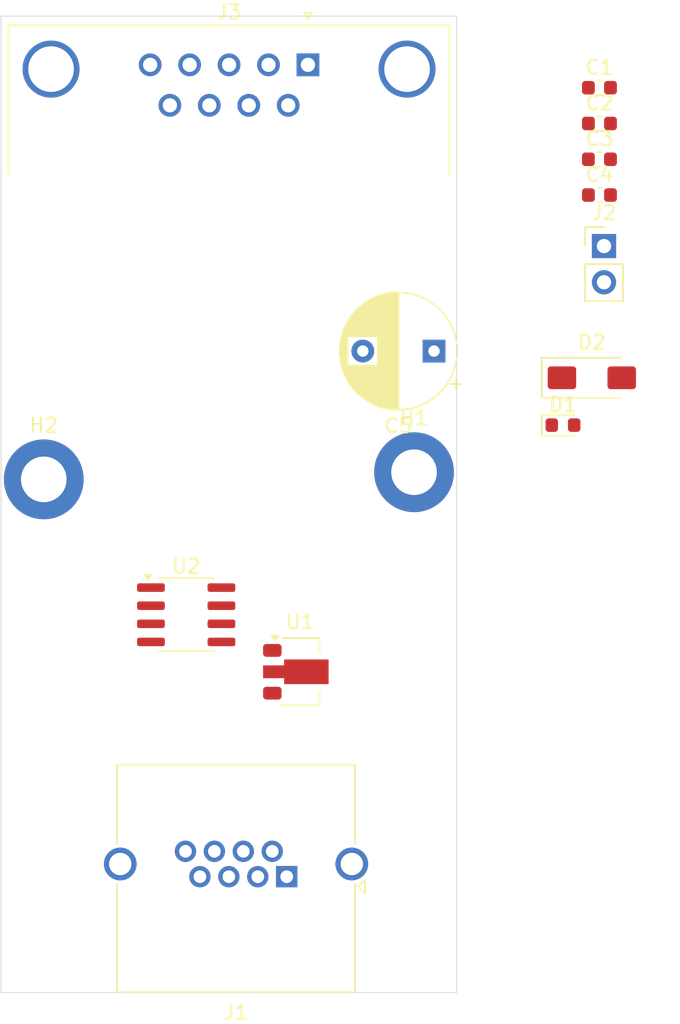
<source format=kicad_pcb>
(kicad_pcb (version 20240108) (generator "pcbnew") (generator_version "8.0")
  (layers (0 "F.Cu" signal) (31 "B.Cu" signal) (34 "B.Paste" user) (35 "F.Paste" user) (36 "B.SilkS" user "B.Silkscreen") (37 "F.SilkS" user "F.Silkscreen") (38 "B.Mask" user) (39 "F.Mask" user) (44 "Edge.Cuts" user))
  (net 0 "")
  (net 1 "GND")
  (net 2 "+3.3V")
  (net 3 "+12V")
  (net 4 "Net-(D1-K)")
  (net 5 "/diff+")
  (net 6 "/PWM_TTL")
  (net 7 "/diff-")
  (net 11 "/Pos_Feedback_A+")
  (net 12 "/Pos_Feedback_B-")
  (net 18 "/+UB")
  (net 19 "/CAN_H")
  (net 20 "/CAN_L")
  (net 21 "/CAN_H_Return")
  (net 22 "/CAN_L_Return")
  (footprint "Capacitor_THT:CP_Radial_D8.0mm_P5.00mm" (layer "F.Cu") (at 167.402651 99.5 180)
    (property "Reference" "C5" (at 2.5 -5.25 360) (layer "F.SilkS"))
    (property "Value" "100uF/50V")
    (fp_line (start 6.581 -0.533) (end 6.581 0.533) (stroke (width 0.12)) (layer "F.SilkS"))
    (fp_line (start 6.541 -0.768) (end 6.541 0.768) (stroke (width 0.12)) (layer "F.SilkS"))
    (fp_line (start 6.501 -0.948) (end 6.501 0.948) (stroke (width 0.12)) (layer "F.SilkS"))
    (fp_line (start 6.461 -1.098) (end 6.461 1.098) (stroke (width 0.12)) (layer "F.SilkS"))
    (fp_line (start 6.421 -1.229) (end 6.421 1.229) (stroke (width 0.12)) (layer "F.SilkS"))
    (fp_line (start 6.381 -1.346) (end 6.381 1.346) (stroke (width 0.12)) (layer "F.SilkS"))
    (fp_line (start 6.341 -1.453) (end 6.341 1.453) (stroke (width 0.12)) (layer "F.SilkS"))
    (fp_line (start 6.301 -1.552) (end 6.301 1.552) (stroke (width 0.12)) (layer "F.SilkS"))
    (fp_line (start 6.261 -1.645) (end 6.261 1.645) (stroke (width 0.12)) (layer "F.SilkS"))
    (fp_line (start 6.221 -1.731) (end 6.221 1.731) (stroke (width 0.12)) (layer "F.SilkS"))
    (fp_line (start 6.181 -1.813) (end 6.181 1.813) (stroke (width 0.12)) (layer "F.SilkS"))
    (fp_line (start 6.141 -1.89) (end 6.141 1.89) (stroke (width 0.12)) (layer "F.SilkS"))
    (fp_line (start 6.101 -1.964) (end 6.101 1.964) (stroke (width 0.12)) (layer "F.SilkS"))
    (fp_line (start 6.061 -2.034) (end 6.061 2.034) (stroke (width 0.12)) (layer "F.SilkS"))
    (fp_line (start 6.021 1.04) (end 6.021 2.102) (stroke (width 0.12)) (layer "F.SilkS"))
    (fp_line (start 6.021 -2.102) (end 6.021 -1.04) (stroke (width 0.12)) (layer "F.SilkS"))
    (fp_line (start 5.981 1.04) (end 5.981 2.166) (stroke (width 0.12)) (layer "F.SilkS"))
    (fp_line (start 5.981 -2.166) (end 5.981 -1.04) (stroke (width 0.12)) (layer "F.SilkS"))
    (fp_line (start 5.941 1.04) (end 5.941 2.228) (stroke (width 0.12)) (layer "F.SilkS"))
    (fp_line (start 5.941 -2.228) (end 5.941 -1.04) (stroke (width 0.12)) (layer "F.SilkS"))
    (fp_line (start 5.901 1.04) (end 5.901 2.287) (stroke (width 0.12)) (layer "F.SilkS"))
    (fp_line (start 5.901 -2.287) (end 5.901 -1.04) (stroke (width 0.12)) (layer "F.SilkS"))
    (fp_line (start 5.861 1.04) (end 5.861 2.345) (stroke (width 0.12)) (layer "F.SilkS"))
    (fp_line (start 5.861 -2.345) (end 5.861 -1.04) (stroke (width 0.12)) (layer "F.SilkS"))
    (fp_line (start 5.821 1.04) (end 5.821 2.4) (stroke (width 0.12)) (layer "F.SilkS"))
    (fp_line (start 5.821 -2.4) (end 5.821 -1.04) (stroke (width 0.12)) (layer "F.SilkS"))
    (fp_line (start 5.781 1.04) (end 5.781 2.454) (stroke (width 0.12)) (layer "F.SilkS"))
    (fp_line (start 5.781 -2.454) (end 5.781 -1.04) (stroke (width 0.12)) (layer "F.SilkS"))
    (fp_line (start 5.741 1.04) (end 5.741 2.505) (stroke (width 0.12)) (layer "F.SilkS"))
    (fp_line (start 5.741 -2.505) (end 5.741 -1.04) (stroke (width 0.12)) (layer "F.SilkS"))
    (fp_line (start 5.701 1.04) (end 5.701 2.556) (stroke (width 0.12)) (layer "F.SilkS"))
    (fp_line (start 5.701 -2.556) (end 5.701 -1.04) (stroke (width 0.12)) (layer "F.SilkS"))
    (fp_line (start 5.661 1.04) (end 5.661 2.604) (stroke (width 0.12)) (layer "F.SilkS"))
    (fp_line (start 5.661 -2.604) (end 5.661 -1.04) (stroke (width 0.12)) (layer "F.SilkS"))
    (fp_line (start 5.621 1.04) (end 5.621 2.651) (stroke (width 0.12)) (layer "F.SilkS"))
    (fp_line (start 5.621 -2.651) (end 5.621 -1.04) (stroke (width 0.12)) (layer "F.SilkS"))
    (fp_line (start 5.581 1.04) (end 5.581 2.697) (stroke (width 0.12)) (layer "F.SilkS"))
    (fp_line (start 5.581 -2.697) (end 5.581 -1.04) (stroke (width 0.12)) (layer "F.SilkS"))
    (fp_line (start 5.541 1.04) (end 5.541 2.741) (stroke (width 0.12)) (layer "F.SilkS"))
    (fp_line (start 5.541 -2.741) (end 5.541 -1.04) (stroke (width 0.12)) (layer "F.SilkS"))
    (fp_line (start 5.501 1.04) (end 5.501 2.784) (stroke (width 0.12)) (layer "F.SilkS"))
    (fp_line (start 5.501 -2.784) (end 5.501 -1.04) (stroke (width 0.12)) (layer "F.SilkS"))
    (fp_line (start 5.461 1.04) (end 5.461 2.826) (stroke (width 0.12)) (layer "F.SilkS"))
    (fp_line (start 5.461 -2.826) (end 5.461 -1.04) (stroke (width 0.12)) (layer "F.SilkS"))
    (fp_line (start 5.421 1.04) (end 5.421 2.867) (stroke (width 0.12)) (layer "F.SilkS"))
    (fp_line (start 5.421 -2.867) (end 5.421 -1.04) (stroke (width 0.12)) (layer "F.SilkS"))
    (fp_line (start 5.381 1.04) (end 5.381 2.907) (stroke (width 0.12)) (layer "F.SilkS"))
    (fp_line (start 5.381 -2.907) (end 5.381 -1.04) (stroke (width 0.12)) (layer "F.SilkS"))
    (fp_line (start 5.341 1.04) (end 5.341 2.945) (stroke (width 0.12)) (layer "F.SilkS"))
    (fp_line (start 5.341 -2.945) (end 5.341 -1.04) (stroke (width 0.12)) (layer "F.SilkS"))
    (fp_line (start 5.301 1.04) (end 5.301 2.983) (stroke (width 0.12)) (layer "F.SilkS"))
    (fp_line (start 5.301 -2.983) (end 5.301 -1.04) (stroke (width 0.12)) (layer "F.SilkS"))
    (fp_line (start 5.261 1.04) (end 5.261 3.019) (stroke (width 0.12)) (layer "F.SilkS"))
    (fp_line (start 5.261 -3.019) (end 5.261 -1.04) (stroke (width 0.12)) (layer "F.SilkS"))
    (fp_line (start 5.221 1.04) (end 5.221 3.055) (stroke (width 0.12)) (layer "F.SilkS"))
    (fp_line (start 5.221 -3.055) (end 5.221 -1.04) (stroke (width 0.12)) (layer "F.SilkS"))
    (fp_line (start 5.181 1.04) (end 5.181 3.09) (stroke (width 0.12)) (layer "F.SilkS"))
    (fp_line (start 5.181 -3.09) (end 5.181 -1.04) (stroke (width 0.12)) (layer "F.SilkS"))
    (fp_line (start 5.141 1.04) (end 5.141 3.124) (stroke (width 0.12)) (layer "F.SilkS"))
    (fp_line (start 5.141 -3.124) (end 5.141 -1.04) (stroke (width 0.12)) (layer "F.SilkS"))
    (fp_line (start 5.101 1.04) (end 5.101 3.156) (stroke (width 0.12)) (layer "F.SilkS"))
    (fp_line (start 5.101 -3.156) (end 5.101 -1.04) (stroke (width 0.12)) (layer "F.SilkS"))
    (fp_line (start 5.061 1.04) (end 5.061 3.189) (stroke (width 0.12)) (layer "F.SilkS"))
    (fp_line (start 5.061 -3.189) (end 5.061 -1.04) (stroke (width 0.12)) (layer "F.SilkS"))
    (fp_line (start 5.021 1.04) (end 5.021 3.22) (stroke (width 0.12)) (layer "F.SilkS"))
    (fp_line (start 5.021 -3.22) (end 5.021 -1.04) (stroke (width 0.12)) (layer "F.SilkS"))
    (fp_line (start 4.981 1.04) (end 4.981 3.25) (stroke (width 0.12)) (layer "F.SilkS"))
    (fp_line (start 4.981 -3.25) (end 4.981 -1.04) (stroke (width 0.12)) (layer "F.SilkS"))
    (fp_line (start 4.941 1.04) (end 4.941 3.28) (stroke (width 0.12)) (layer "F.SilkS"))
    (fp_line (start 4.941 -3.28) (end 4.941 -1.04) (stroke (width 0.12)) (layer "F.SilkS"))
    (fp_line (start 4.901 1.04) (end 4.901 3.309) (stroke (width 0.12)) (layer "F.SilkS"))
    (fp_line (start 4.901 -3.309) (end 4.901 -1.04) (stroke (width 0.12)) (layer "F.SilkS"))
    (fp_line (start 4.861 1.04) (end 4.861 3.338) (stroke (width 0.12)) (layer "F.SilkS"))
    (fp_line (start 4.861 -3.338) (end 4.861 -1.04) (stroke (width 0.12)) (layer "F.SilkS"))
    (fp_line (start 4.821 1.04) (end 4.821 3.365) (stroke (width 0.12)) (layer "F.SilkS"))
    (fp_line (start 4.821 -3.365) (end 4.821 -1.04) (stroke (width 0.12)) (layer "F.SilkS"))
    (fp_line (start 4.781 1.04) (end 4.781 3.392) (stroke (width 0.12)) (layer "F.SilkS"))
    (fp_line (start 4.781 -3.392) (end 4.781 -1.04) (stroke (width 0.12)) (layer "F.SilkS"))
    (fp_line (start 4.741 1.04) (end 4.741 3.418) (stroke (width 0.12)) (layer "F.SilkS"))
    (fp_line (start 4.741 -3.418) (end 4.741 -1.04) (stroke (width 0.12)) (layer "F.SilkS"))
    (fp_line (start 4.701 1.04) (end 4.701 3.444) (stroke (width 0.12)) (layer "F.SilkS"))
    (fp_line (start 4.701 -3.444) (end 4.701 -1.04) (stroke (width 0.12)) (layer "F.SilkS"))
    (fp_line (start 4.661 1.04) (end 4.661 3.469) (stroke (width 0.12)) (layer "F.SilkS"))
    (fp_line (start 4.661 -3.469) (end 4.661 -1.04) (stroke (width 0.12)) (layer "F.SilkS"))
    (fp_line (start 4.621 1.04) (end 4.621 3.493) (stroke (width 0.12)) (layer "F.SilkS"))
    (fp_line (start 4.621 -3.493) (end 4.621 -1.04) (stroke (width 0.12)) (layer "F.SilkS"))
    (fp_line (start 4.581 1.04) (end 4.581 3.517) (stroke (width 0.12)) (layer "F.SilkS"))
    (fp_line (start 4.581 -3.517) (end 4.581 -1.04) (stroke (width 0.12)) (layer "F.SilkS"))
    (fp_line (start 4.541 1.04) (end 4.541 3.54) (stroke (width 0.12)) (layer "F.SilkS"))
    (fp_line (start 4.541 -3.54) (end 4.541 -1.04) (stroke (width 0.12)) (layer "F.SilkS"))
    (fp_line (start 4.501 1.04) (end 4.501 3.562) (stroke (width 0.12)) (layer "F.SilkS"))
    (fp_line (start 4.501 -3.562) (end 4.501 -1.04) (stroke (width 0.12)) (layer "F.SilkS"))
    (fp_line (start 4.461 1.04) (end 4.461 3.584) (stroke (width 0.12)) (layer "F.SilkS"))
    (fp_line (start 4.461 -3.584) (end 4.461 -1.04) (stroke (width 0.12)) (layer "F.SilkS"))
    (fp_line (start 4.421 1.04) (end 4.421 3.606) (stroke (width 0.12)) (layer "F.SilkS"))
    (fp_line (start 4.421 -3.606) (end 4.421 -1.04) (stroke (width 0.12)) (layer "F.SilkS"))
    (fp_line (start 4.381 1.04) (end 4.381 3.627) (stroke (width 0.12)) (layer "F.SilkS"))
    (fp_line (start 4.381 -3.627) (end 4.381 -1.04) (stroke (width 0.12)) (layer "F.SilkS"))
    (fp_line (start 4.341 1.04) (end 4.341 3.647) (stroke (width 0.12)) (layer "F.SilkS"))
    (fp_line (start 4.341 -3.647) (end 4.341 -1.04) (stroke (width 0.12)) (layer "F.SilkS"))
    (fp_line (start 4.301 1.04) (end 4.301 3.666) (stroke (width 0.12)) (layer "F.SilkS"))
    (fp_line (start 4.301 -3.666) (end 4.301 -1.04) (stroke (width 0.12)) (layer "F.SilkS"))
    (fp_line (start 4.261 1.04) (end 4.261 3.686) (stroke (width 0.12)) (layer "F.SilkS"))
    (fp_line (start 4.261 -3.686) (end 4.261 -1.04) (stroke (width 0.12)) (layer "F.SilkS"))
    (fp_line (start 4.221 1.04) (end 4.221 3.704) (stroke (width 0.12)) (layer "F.SilkS"))
    (fp_line (start 4.221 -3.704) (end 4.221 -1.04) (stroke (width 0.12)) (layer "F.SilkS"))
    (fp_line (start 4.181 1.04) (end 4.181 3.722) (stroke (width 0.12)) (layer "F.SilkS"))
    (fp_line (start 4.181 -3.722) (end 4.181 -1.04) (stroke (width 0.12)) (layer "F.SilkS"))
    (fp_line (start 4.141 1.04) (end 4.141 3.74) (stroke (width 0.12)) (layer "F.SilkS"))
    (fp_line (start 4.141 -3.74) (end 4.141 -1.04) (stroke (width 0.12)) (layer "F.SilkS"))
    (fp_line (start 4.101 1.04) (end 4.101 3.757) (stroke (width 0.12)) (layer "F.SilkS"))
    (fp_line (start 4.101 -3.757) (end 4.101 -1.04) (stroke (width 0.12)) (layer "F.SilkS"))
    (fp_line (start 4.061 1.04) (end 4.061 3.774) (stroke (width 0.12)) (layer "F.SilkS"))
    (fp_line (start 4.061 -3.774) (end 4.061 -1.04) (stroke (width 0.12)) (layer "F.SilkS"))
    (fp_line (start 4.021 1.04) (end 4.021 3.79) (stroke (width 0.12)) (layer "F.SilkS"))
    (fp_line (start 4.021 -3.79) (end 4.021 -1.04) (stroke (width 0.12)) (layer "F.SilkS"))
    (fp_line (start 3.981 1.04) (end 3.981 3.805) (stroke (width 0.12)) (layer "F.SilkS"))
    (fp_line (start 3.981 -3.805) (end 3.981 -1.04) (stroke (width 0.12)) (layer "F.SilkS"))
    (fp_line (start 3.941 -3.821) (end 3.941 3.821) (stroke (width 0.12)) (layer "F.SilkS"))
    (fp_line (start 3.901 -3.835) (end 3.901 3.835) (stroke (width 0.12)) (layer "F.SilkS"))
    (fp_line (start 3.861 -3.85) (end 3.861 3.85) (stroke (width 0.12)) (layer "F.SilkS"))
    (fp_line (start 3.821 -3.863) (end 3.821 3.863) (stroke (width 0.12)) (layer "F.SilkS"))
    (fp_line (start 3.781 -3.877) (end 3.781 3.877) (stroke (width 0.12)) (layer "F.SilkS"))
    (fp_line (start 3.741 -3.889) (end 3.741 3.889) (stroke (width 0.12)) (layer "F.SilkS"))
    (fp_line (start 3.701 -3.902) (end 3.701 3.902) (stroke (width 0.12)) (layer "F.SilkS"))
    (fp_line (start 3.661 -3.914) (end 3.661 3.914) (stroke (width 0.12)) (layer "F.SilkS"))
    (fp_line (start 3.621 -3.925) (end 3.621 3.925) (stroke (width 0.12)) (layer "F.SilkS"))
    (fp_line (start 3.581 -3.936) (end 3.581 3.936) (stroke (width 0.12)) (layer "F.SilkS"))
    (fp_line (start 3.541 -3.947) (end 3.541 3.947) (stroke (width 0.12)) (layer "F.SilkS"))
    (fp_line (start 3.501 -3.957) (end 3.501 3.957) (stroke (width 0.12)) (layer "F.SilkS"))
    (fp_line (start 3.461 -3.967) (end 3.461 3.967) (stroke (width 0.12)) (layer "F.SilkS"))
    (fp_line (start 3.421 -3.976) (end 3.421 3.976) (stroke (width 0.12)) (layer "F.SilkS"))
    (fp_line (start 3.381 -3.985) (end 3.381 3.985) (stroke (width 0.12)) (layer "F.SilkS"))
    (fp_line (start 3.341 -3.994) (end 3.341 3.994) (stroke (width 0.12)) (layer "F.SilkS"))
    (fp_line (start 3.301 -4.002) (end 3.301 4.002) (stroke (width 0.12)) (layer "F.SilkS"))
    (fp_line (start 3.261 -4.01) (end 3.261 4.01) (stroke (width 0.12)) (layer "F.SilkS"))
    (fp_line (start 3.221 -4.017) (end 3.221 4.017) (stroke (width 0.12)) (layer "F.SilkS"))
    (fp_line (start 3.18 -4.024) (end 3.18 4.024) (stroke (width 0.12)) (layer "F.SilkS"))
    (fp_line (start 3.14 -4.03) (end 3.14 4.03) (stroke (width 0.12)) (layer "F.SilkS"))
    (fp_line (start 3.1 -4.037) (end 3.1 4.037) (stroke (width 0.12)) (layer "F.SilkS"))
    (fp_line (start 3.06 -4.042) (end 3.06 4.042) (stroke (width 0.12)) (layer "F.SilkS"))
    (fp_line (start 3.02 -4.048) (end 3.02 4.048) (stroke (width 0.12)) (layer "F.SilkS"))
    (fp_line (start 2.98 -4.052) (end 2.98 4.052) (stroke (width 0.12)) (layer "F.SilkS"))
    (fp_line (start 2.94 -4.057) (end 2.94 4.057) (stroke (width 0.12)) (layer "F.SilkS"))
    (fp_line (start 2.9 -4.061) (end 2.9 4.061) (stroke (width 0.12)) (layer "F.SilkS"))
    (fp_line (start 2.86 -4.065) (end 2.86 4.065) (stroke (width 0.12)) (layer "F.SilkS"))
    (fp_line (start 2.82 -4.068) (end 2.82 4.068) (stroke (width 0.12)) (layer "F.SilkS"))
    (fp_line (start 2.78 -4.071) (end 2.78 4.071) (stroke (width 0.12)) (layer "F.SilkS"))
    (fp_line (start 2.74 -4.074) (end 2.74 4.074) (stroke (width 0.12)) (layer "F.SilkS"))
    (fp_line (start 2.7 -4.076) (end 2.7 4.076) (stroke (width 0.12)) (layer "F.SilkS"))
    (fp_line (start 2.66 -4.077) (end 2.66 4.077) (stroke (width 0.12)) (layer "F.SilkS"))
    (fp_line (start 2.62 -4.079) (end 2.62 4.079) (stroke (width 0.12)) (layer "F.SilkS"))
    (fp_line (start 2.58 -4.08) (end 2.58 4.08) (stroke (width 0.12)) (layer "F.SilkS"))
    (fp_line (start 2.54 -4.08) (end 2.54 4.08) (stroke (width 0.12)) (layer "F.SilkS"))
    (fp_line (start 2.5 -4.08) (end 2.5 4.08) (stroke (width 0.12)) (layer "F.SilkS"))
    (fp_line (start -1.509698 -2.715) (end -1.509698 -1.915) (stroke (width 0.12)) (layer "F.SilkS"))
    (fp_line (start -1.909698 -2.315) (end -1.109698 -2.315) (stroke (width 0.12)) (layer "F.SilkS"))
    (fp_circle (center 2.5 0) (end 6.62 0) (stroke (width 0.12)) (fill none) (layer "F.SilkS"))
    (pad "1" thru_hole rect (at 0 0 180) (size 1.6 1.6) (drill 0.8) (layers "*.Cu" "*.Mask") (net 18 "/+UB"))
    (pad "2" thru_hole circle (at 5 0 180) (size 1.6 1.6) (drill 0.8) (layers "*.Cu" "*.Mask") (net 1 "GND"))
  )
  (footprint "Connector_RJ:RJ45_Amphenol_RJHSE5380" (layer "F.Cu") (at 157.06 136.375 180)
    (property "Reference" "J1" (at 3.56 -9.5 360) (layer "F.SilkS"))
    (property "Value" "RJ45_Shielded")
    (fp_line (start 11.925 7.86) (end 11.925 2.3) (stroke (width 0.12)) (layer "F.SilkS"))
    (fp_line (start 11.925 -8.11) (end 11.925 -0.5) (stroke (width 0.12)) (layer "F.SilkS"))
    (fp_line (start -4.76 7.86) (end 11.925 7.86) (stroke (width 0.12)) (layer "F.SilkS"))
    (fp_line (start -4.76 -8.11) (end 11.88 -8.11) (stroke (width 0.12)) (layer "F.SilkS"))
    (fp_line (start -4.805 7.86) (end -4.805 2.3) (stroke (width 0.12)) (layer "F.SilkS"))
    (fp_line (start -4.805 -8.11) (end -4.805 -0.5) (stroke (width 0.12)) (layer "F.SilkS"))
    (fp_line (start -5 -0.7) (end -5.5 -0.2) (stroke (width 0.12)) (layer "F.SilkS"))
    (fp_line (start -5.5 -0.2) (end -5.5 -1.2) (stroke (width 0.12)) (layer "F.SilkS"))
    (fp_line (start -5.5 -1.2) (end -5 -0.7) (stroke (width 0.12)) (layer "F.SilkS"))
    (pad "" np_thru_hole circle (at -2.79 -2.54 180) (size 3.25 3.25) (drill 3.25) (layers "*.Cu" "*.Mask"))
    (pad "" np_thru_hole circle (at 9.91 -2.54 180) (size 3.25 3.25) (drill 3.25) (layers "*.Cu" "*.Mask"))
    (pad "1" thru_hole rect (at 0 0 180) (size 1.5 1.5) (drill 0.89) (layers "*.Cu" "*.Mask") (net 5 "/diff+"))
    (pad "2" thru_hole circle (at 1.016 1.78 180) (size 1.5 1.5) (drill 0.89) (layers "*.Cu" "*.Mask") (net 7 "/diff-"))
    (pad "3" thru_hole circle (at 2.032 0 180) (size 1.5 1.5) (drill 0.89) (layers "*.Cu" "*.Mask") (net 19 "/CAN_H"))
    (pad "4" thru_hole circle (at 3.048 1.78 180) (size 1.5 1.5) (drill 0.89) (layers "*.Cu" "*.Mask") (net 3 "+12V"))
    (pad "5" thru_hole circle (at 4.064 0 180) (size 1.5 1.5) (drill 0.89) (layers "*.Cu" "*.Mask") (net 1 "GND"))
    (pad "6" thru_hole circle (at 5.08 1.78 180) (size 1.5 1.5) (drill 0.89) (layers "*.Cu" "*.Mask") (net 20 "/CAN_L"))
    (pad "7" thru_hole circle (at 6.096 0 180) (size 1.5 1.5) (drill 0.89) (layers "*.Cu" "*.Mask") (net 21 "/CAN_H_Return"))
    (pad "8" thru_hole circle (at 7.112 1.78 180) (size 1.5 1.5) (drill 0.89) (layers "*.Cu" "*.Mask") (net 22 "/CAN_L_Return"))
    (pad "SH" thru_hole circle (at -4.57 0.89 180) (size 2.3 2.3) (drill 1.57) (layers "*.Cu" "*.Mask") (net 1 "GND"))
    (pad "SH" thru_hole circle (at 11.69 0.89 180) (size 2.3 2.3) (drill 1.57) (layers "*.Cu" "*.Mask") (net 1 "GND"))
  )
  (footprint "Capacitor_SMD:C_0603_1608Metric" (layer "F.Cu") (at 179.02 81.025)
    (property "Reference" "C1" (at 0 -1.43 0) (layer "F.SilkS"))
    (property "Value" "1uF/25V")
    (fp_line (start -0.14058 -0.51) (end 0.14058 -0.51) (stroke (width 0.12)) (layer "F.SilkS"))
    (fp_line (start -0.14058 0.51) (end 0.14058 0.51) (stroke (width 0.12)) (layer "F.SilkS"))
    (pad "1" smd roundrect (at -0.775 0) (size 0.9 0.95) (layers "F.Cu" "F.Paste" "F.Mask") (net 3 "+12V"))
    (pad "2" smd roundrect (at 0.775 0) (size 0.9 0.95) (layers "F.Cu" "F.Paste" "F.Mask") (net 1 "GND"))
  )
  (footprint "Connector_PinHeader_2.54mm:PinHeader_1x02_P2.54mm_Vertical" (layer "F.Cu") (at 179.34 92.135)
    (property "Reference" "J2" (at 0 -2.33 0) (layer "F.SilkS"))
    (property "Value" "Pos_Feedback")
    (fp_line (start -1.33 -1.33) (end 0 -1.33) (stroke (width 0.12)) (layer "F.SilkS"))
    (fp_line (start -1.33 0) (end -1.33 -1.33) (stroke (width 0.12)) (layer "F.SilkS"))
    (fp_line (start -1.33 1.27) (end -1.33 3.87) (stroke (width 0.12)) (layer "F.SilkS"))
    (fp_line (start -1.33 1.27) (end 1.33 1.27) (stroke (width 0.12)) (layer "F.SilkS"))
    (fp_line (start -1.33 3.87) (end 1.33 3.87) (stroke (width 0.12)) (layer "F.SilkS"))
    (fp_line (start 1.33 1.27) (end 1.33 3.87) (stroke (width 0.12)) (layer "F.SilkS"))
    (pad "1" thru_hole rect (at 0 0) (size 1.7 1.7) (drill 1) (layers "*.Cu" "*.Mask") (net 11 "/Pos_Feedback_A+"))
    (pad "2" thru_hole oval (at 0 2.54) (size 1.7 1.7) (drill 1) (layers "*.Cu" "*.Mask") (net 12 "/Pos_Feedback_B-"))
  )
  (footprint "Connector_Dsub:DSUB-9_Female_Horizontal_P2.77x2.84mm_EdgePinOffset4.94mm_Housed_MountingHolesOffset7.48mm" (layer "F.Cu") (at 158.55 79.419669)
    (property "Reference" "J3" (at -5.54 -3.7 0) (layer "F.SilkS"))
    (property "Value" "DE9_Receptacle_MountingHoles")
    (fp_line (start -21.025 -2.76) (end 9.945 -2.76) (stroke (width 0.12)) (layer "F.SilkS"))
    (fp_line (start -21.025 7.72) (end -21.025 -2.76) (stroke (width 0.12)) (layer "F.SilkS"))
    (fp_line (start -0.25 -3.654338) (end 0.25 -3.654338) (stroke (width 0.12)) (layer "F.SilkS"))
    (fp_line (start 0 -3.221325) (end -0.25 -3.654338) (stroke (width 0.12)) (layer "F.SilkS"))
    (fp_line (start 0.25 -3.654338) (end 0 -3.221325) (stroke (width 0.12)) (layer "F.SilkS"))
    (fp_line (start 9.945 -2.76) (end 9.945 7.72) (stroke (width 0.12)) (layer "F.SilkS"))
    (pad "0" thru_hole circle (at -18.04 0.3) (size 4 4) (drill 3.2) (layers "*.Cu" "*.Mask"))
    (pad "0" thru_hole circle (at 6.96 0.3) (size 4 4) (drill 3.2) (layers "*.Cu" "*.Mask"))
    (pad "1" thru_hole rect (at 0 0) (size 1.6 1.6) (drill 1) (layers "*.Cu" "*.Mask") (net 6 "/PWM_TTL"))
    (pad "2" thru_hole circle (at -2.77 0) (size 1.6 1.6) (drill 1) (layers "*.Cu" "*.Mask"))
    (pad "3" thru_hole circle (at -5.54 0) (size 1.6 1.6) (drill 1) (layers "*.Cu" "*.Mask") (net 11 "/Pos_Feedback_A+"))
    (pad "4" thru_hole circle (at -8.31 0) (size 1.6 1.6) (drill 1) (layers "*.Cu" "*.Mask"))
    (pad "5" thru_hole circle (at -11.08 0) (size 1.6 1.6) (drill 1) (layers "*.Cu" "*.Mask"))
    (pad "6" thru_hole circle (at -1.385 2.84) (size 1.6 1.6) (drill 1) (layers "*.Cu" "*.Mask") (net 18 "/+UB"))
    (pad "7" thru_hole circle (at -4.155 2.84) (size 1.6 1.6) (drill 1) (layers "*.Cu" "*.Mask") (net 1 "GND"))
    (pad "8" thru_hole circle (at -6.925 2.84) (size 1.6 1.6) (drill 1) (layers "*.Cu" "*.Mask"))
    (pad "9" thru_hole circle (at -9.695 2.84) (size 1.6 1.6) (drill 1) (layers "*.Cu" "*.Mask") (net 12 "/Pos_Feedback_B-"))
  )
  (footprint "Capacitor_SMD:C_0603_1608Metric" (layer "F.Cu") (at 179.02 83.535)
    (property "Reference" "C2" (at 0 -1.43 0) (layer "F.SilkS"))
    (property "Value" "1uF/25V")
    (fp_line (start -0.14058 -0.51) (end 0.14058 -0.51) (stroke (width 0.12)) (layer "F.SilkS"))
    (fp_line (start -0.14058 0.51) (end 0.14058 0.51) (stroke (width 0.12)) (layer "F.SilkS"))
    (pad "1" smd roundrect (at -0.775 0) (size 0.9 0.95) (layers "F.Cu" "F.Paste" "F.Mask") (net 2 "+3.3V"))
    (pad "2" smd roundrect (at 0.775 0) (size 0.9 0.95) (layers "F.Cu" "F.Paste" "F.Mask") (net 1 "GND"))
  )
  (footprint "Diode_SMD:S-562T" (layer "F.Cu") (at 178.485 101.375)
    (property "Reference" "D2" (at 0 -2.5 0) (layer "F.SilkS"))
    (property "Value" "S-562T")
    (fp_line (start -3.51 -1.4) (end -3.51 1.4) (stroke (width 0.12)) (layer "F.SilkS"))
    (fp_line (start -3.51 -1.4) (end 2 -1.4) (stroke (width 0.12)) (layer "F.SilkS"))
    (fp_line (start -3.51 1.4) (end 2 1.4) (stroke (width 0.12)) (layer "F.SilkS"))
    (pad "1" smd roundrect (at -2.1 0) (size 2 1.6) (layers "F.Cu" "F.Paste" "F.Mask") (roundrect_rratio 0.1388888889) (net 1 "GND"))
    (pad "2" smd roundrect (at 2.1 0) (size 2 1.6) (layers "F.Cu" "F.Paste" "F.Mask") (roundrect_rratio 0.1388888889) (net 4 "Net-(D1-K)"))
  )
  (footprint "Package_TO_SOT_SMD:SOT-89-3" (layer "F.Cu") (at 158 122)
    (property "Reference" "U1" (at 0 -3.5 0) (layer "F.SilkS"))
    (property "Value" "XC6220B331MR")
    (fp_line (start -1.22 -2.36) (end 1.36 -2.36) (stroke (width 0.12)) (layer "F.SilkS"))
    (fp_line (start 1.36 -1.38) (end 1.36 -2.36) (stroke (width 0.12)) (layer "F.SilkS"))
    (fp_line (start 1.36 1.38) (end 1.36 2.36) (stroke (width 0.12)) (layer "F.SilkS"))
    (fp_line (start 1.36 2.36) (end -1.36 2.36) (stroke (width 0.12)) (layer "F.SilkS"))
    (fp_poly (pts (xy -1.77 -2.21) (xy -2.01 -2.54) (xy -1.53 -2.54) (xy -1.77 -2.21)) (stroke (width 0.12)) (fill solid) (layer "F.SilkS"))
    (pad "1" smd roundrect (at -1.95 -1.5) (size 1.3 0.9) (layers "F.Cu" "F.Paste" "F.Mask") (net 2 "+3.3V"))
    (pad "2" smd custom (at -1.8625 0) (size 1.475 0.9) (layers "F.Cu" "F.Paste" "F.Mask") (net 1 "GND") (options (clearance outline) (anchor rect)) (primitives (gr_poly (pts (xy 3.8625 0.8665) (xy 0.7375 0.8665) (xy 0.7375 -0.8665) (xy 3.8625 -0.8665)) (width 0) (fill yes))))
    (pad "3" smd roundrect (at -1.95 1.5) (size 1.3 0.9) (layers "F.Cu" "F.Paste" "F.Mask") (net 3 "+12V"))
  )
  (footprint "MountingHole:MountingHole_3.2mm_M3_DIN965_Pad_TopBottom" (layer "F.Cu") (at 140 108.5)
    (property "Reference" "H2" (at 0 -3.8 0) (layer "F.SilkS"))
    (property "Value" "BAT-")
    (pad "1" thru_hole circle (at 0 0) (size 3.6 3.6) (drill 3.2) (layers "*.Cu" "*.Mask") (net 1 "GND"))
    (pad "1" connect circle (at 0 0) (size 5.6 5.6) (layers "F.Cu" "F.Mask") (net 1 "GND"))
    (pad "1" connect circle (at 0 0) (size 5.6 5.6) (layers "B.Cu" "B.Mask") (net 1 "GND"))
  )
  (footprint "Capacitor_SMD:C_0603_1608Metric" (layer "F.Cu") (at 179.02 88.555)
    (property "Reference" "C4" (at 0 -1.43 0) (layer "F.SilkS"))
    (property "Value" "1nF/16V")
    (fp_line (start -0.14058 -0.51) (end 0.14058 -0.51) (stroke (width 0.12)) (layer "F.SilkS"))
    (fp_line (start -0.14058 0.51) (end 0.14058 0.51) (stroke (width 0.12)) (layer "F.SilkS"))
    (pad "1" smd roundrect (at -0.775 0) (size 0.9 0.95) (layers "F.Cu" "F.Paste" "F.Mask") (net 2 "+3.3V"))
    (pad "2" smd roundrect (at 0.775 0) (size 0.9 0.95) (layers "F.Cu" "F.Paste" "F.Mask") (net 1 "GND"))
  )
  (footprint "Capacitor_SMD:C_0603_1608Metric" (layer "F.Cu") (at 179.02 86.045)
    (property "Reference" "C3" (at 0 -1.43 0) (layer "F.SilkS"))
    (property "Value" "0.1uF/50V")
    (fp_line (start -0.14058 -0.51) (end 0.14058 -0.51) (stroke (width 0.12)) (layer "F.SilkS"))
    (fp_line (start -0.14058 0.51) (end 0.14058 0.51) (stroke (width 0.12)) (layer "F.SilkS"))
    (pad "1" smd roundrect (at -0.775 0) (size 0.9 0.95) (layers "F.Cu" "F.Paste" "F.Mask") (net 2 "+3.3V"))
    (pad "2" smd roundrect (at 0.775 0) (size 0.9 0.95) (layers "F.Cu" "F.Paste" "F.Mask") (net 1 "GND"))
  )
  (footprint "LED_SMD:LED_0603_1608Metric" (layer "F.Cu") (at 176.46 104.695)
    (property "Reference" "D1" (at 0 -1.43 0) (layer "F.SilkS"))
    (property "Value" "LED (Y/G)")
    (fp_line (start -1.485 -0.735) (end -1.485 0.735) (stroke (width 0.12)) (layer "F.SilkS"))
    (fp_line (start -1.485 0.735) (end 0.8 0.735) (stroke (width 0.12)) (layer "F.SilkS"))
    (fp_line (start 0.8 -0.735) (end -1.485 -0.735) (stroke (width 0.12)) (layer "F.SilkS"))
    (pad "1" smd roundrect (at -0.7875 0) (size 0.875 0.95) (layers "F.Cu" "F.Paste" "F.Mask") (net 4 "Net-(D1-K)"))
    (pad "2" smd roundrect (at 0.7875 0) (size 0.875 0.95) (layers "F.Cu" "F.Paste" "F.Mask") (net 2 "+3.3V"))
  )
  (footprint "MountingHole:MountingHole_3.2mm_M3_DIN965_Pad_TopBottom" (layer "F.Cu") (at 166 108)
    (property "Reference" "H1" (at 0 -3.8 0) (layer "F.SilkS"))
    (property "Value" "BAT+")
    (pad "1" thru_hole circle (at 0 0) (size 3.6 3.6) (drill 3.2) (layers "*.Cu" "*.Mask") (net 18 "/+UB"))
    (pad "1" connect circle (at 0 0) (size 5.6 5.6) (layers "F.Cu" "F.Mask") (net 18 "/+UB"))
    (pad "1" connect circle (at 0 0) (size 5.6 5.6) (layers "B.Cu" "B.Mask") (net 18 "/+UB"))
  )
  (footprint "Package_SO:SOIC-8_3.9x4.9mm_P1.27mm" (layer "F.Cu") (at 150 118)
    (property "Reference" "U2" (at 0 -3.4 0) (layer "F.SilkS"))
    (property "Value" "SN65LVDS2D")
    (fp_line (start 0 -2.56) (end -1.95 -2.56) (stroke (width 0.12)) (layer "F.SilkS"))
    (fp_line (start 0 -2.56) (end 1.95 -2.56) (stroke (width 0.12)) (layer "F.SilkS"))
    (fp_line (start 0 2.56) (end -1.95 2.56) (stroke (width 0.12)) (layer "F.SilkS"))
    (fp_line (start 0 2.56) (end 1.95 2.56) (stroke (width 0.12)) (layer "F.SilkS"))
    (fp_poly (pts (xy -2.7 -2.465) (xy -2.94 -2.795) (xy -2.46 -2.795) (xy -2.7 -2.465)) (stroke (width 0.12)) (fill solid) (layer "F.SilkS"))
    (pad "1" smd roundrect (at -2.475 -1.905) (size 1.95 0.6) (layers "F.Cu" "F.Paste" "F.Mask") (net 7 "/diff-"))
    (pad "2" smd roundrect (at -2.475 -0.635) (size 1.95 0.6) (layers "F.Cu" "F.Paste" "F.Mask") (net 5 "/diff+"))
    (pad "3" smd roundrect (at -2.475 0.635) (size 1.95 0.6) (layers "F.Cu" "F.Paste" "F.Mask"))
    (pad "4" smd roundrect (at -2.475 1.905) (size 1.95 0.6) (layers "F.Cu" "F.Paste" "F.Mask"))
    (pad "5" smd roundrect (at 2.475 1.905) (size 1.95 0.6) (layers "F.Cu" "F.Paste" "F.Mask") (net 1 "GND"))
    (pad "6" smd roundrect (at 2.475 0.635) (size 1.95 0.6) (layers "F.Cu" "F.Paste" "F.Mask"))
    (pad "7" smd roundrect (at 2.475 -0.635) (size 1.95 0.6) (layers "F.Cu" "F.Paste" "F.Mask") (net 6 "/PWM_TTL"))
    (pad "8" smd roundrect (at 2.475 -1.905) (size 1.95 0.6) (layers "F.Cu" "F.Paste" "F.Mask") (net 2 "+3.3V"))
  )
  (gr_rect (start 137 76) (end 169 144.5) (stroke (width 0.05)) (fill none) (layer "Edge.Cuts"))
)
</source>
